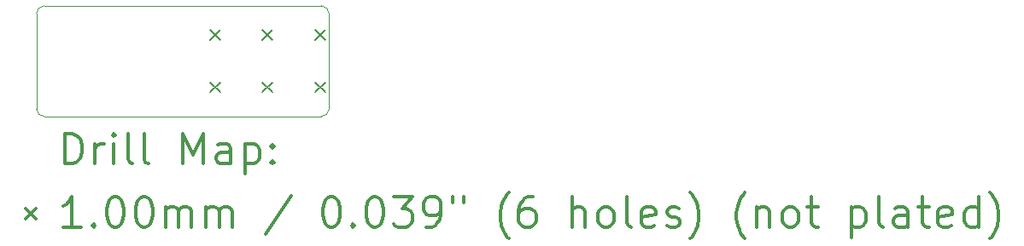
<source format=gbr>
%FSLAX45Y45*%
G04 Gerber Fmt 4.5, Leading zero omitted, Abs format (unit mm)*
G04 Created by KiCad (PCBNEW (5.1.0-1220-ga833aeeac)) date 2019-08-17 01:52:46*
%MOMM*%
%LPD*%
G04 APERTURE LIST*
%ADD10C,0.100000*%
%ADD11C,0.200000*%
%ADD12C,0.300000*%
G04 APERTURE END LIST*
D10*
X3550000Y-2350000D02*
G75*
G02X3625000Y-2275000I75000J0D01*
G01*
X3625000Y-3375000D02*
G75*
G02X3550000Y-3300000I0J75000D01*
G01*
X6450000Y-3300000D02*
G75*
G02X6375000Y-3375000I-75000J0D01*
G01*
X6375000Y-2275000D02*
G75*
G02X6450000Y-2350000I0J-75000D01*
G01*
X3625000Y-3375000D02*
X6375000Y-3375000D01*
X3550000Y-2350000D02*
X3550000Y-3300000D01*
X6375000Y-2275000D02*
X3625000Y-2275000D01*
X6450000Y-3300000D02*
X6450000Y-2350000D01*
D11*
X5270000Y-2515000D02*
X5370000Y-2615000D01*
X5370000Y-2515000D02*
X5270000Y-2615000D01*
X5270000Y-3035000D02*
X5370000Y-3135000D01*
X5370000Y-3035000D02*
X5270000Y-3135000D01*
X5790000Y-2515000D02*
X5890000Y-2615000D01*
X5890000Y-2515000D02*
X5790000Y-2615000D01*
X5790000Y-3035000D02*
X5890000Y-3135000D01*
X5890000Y-3035000D02*
X5790000Y-3135000D01*
X6310000Y-2515000D02*
X6410000Y-2615000D01*
X6410000Y-2515000D02*
X6310000Y-2615000D01*
X6310000Y-3035000D02*
X6410000Y-3135000D01*
X6410000Y-3035000D02*
X6310000Y-3135000D01*
D12*
X3831428Y-3845714D02*
X3831428Y-3545714D01*
X3902857Y-3545714D01*
X3945714Y-3560000D01*
X3974286Y-3588571D01*
X3988571Y-3617143D01*
X4002857Y-3674286D01*
X4002857Y-3717143D01*
X3988571Y-3774286D01*
X3974286Y-3802857D01*
X3945714Y-3831429D01*
X3902857Y-3845714D01*
X3831428Y-3845714D01*
X4131428Y-3845714D02*
X4131428Y-3645714D01*
X4131428Y-3702857D02*
X4145714Y-3674286D01*
X4160000Y-3660000D01*
X4188571Y-3645714D01*
X4217143Y-3645714D01*
X4317143Y-3845714D02*
X4317143Y-3645714D01*
X4317143Y-3545714D02*
X4302857Y-3560000D01*
X4317143Y-3574286D01*
X4331428Y-3560000D01*
X4317143Y-3545714D01*
X4317143Y-3574286D01*
X4502857Y-3845714D02*
X4474286Y-3831429D01*
X4460000Y-3802857D01*
X4460000Y-3545714D01*
X4660000Y-3845714D02*
X4631428Y-3831429D01*
X4617143Y-3802857D01*
X4617143Y-3545714D01*
X5002857Y-3845714D02*
X5002857Y-3545714D01*
X5102857Y-3760000D01*
X5202857Y-3545714D01*
X5202857Y-3845714D01*
X5474286Y-3845714D02*
X5474286Y-3688571D01*
X5460000Y-3660000D01*
X5431428Y-3645714D01*
X5374286Y-3645714D01*
X5345714Y-3660000D01*
X5474286Y-3831429D02*
X5445714Y-3845714D01*
X5374286Y-3845714D01*
X5345714Y-3831429D01*
X5331428Y-3802857D01*
X5331428Y-3774286D01*
X5345714Y-3745714D01*
X5374286Y-3731429D01*
X5445714Y-3731429D01*
X5474286Y-3717143D01*
X5617143Y-3645714D02*
X5617143Y-3945714D01*
X5617143Y-3660000D02*
X5645714Y-3645714D01*
X5702857Y-3645714D01*
X5731428Y-3660000D01*
X5745714Y-3674286D01*
X5760000Y-3702857D01*
X5760000Y-3788571D01*
X5745714Y-3817143D01*
X5731428Y-3831429D01*
X5702857Y-3845714D01*
X5645714Y-3845714D01*
X5617143Y-3831429D01*
X5888571Y-3817143D02*
X5902857Y-3831429D01*
X5888571Y-3845714D01*
X5874286Y-3831429D01*
X5888571Y-3817143D01*
X5888571Y-3845714D01*
X5888571Y-3660000D02*
X5902857Y-3674286D01*
X5888571Y-3688571D01*
X5874286Y-3674286D01*
X5888571Y-3660000D01*
X5888571Y-3688571D01*
X3445000Y-4290000D02*
X3545000Y-4390000D01*
X3545000Y-4290000D02*
X3445000Y-4390000D01*
X3988571Y-4475714D02*
X3817143Y-4475714D01*
X3902857Y-4475714D02*
X3902857Y-4175714D01*
X3874286Y-4218572D01*
X3845714Y-4247143D01*
X3817143Y-4261429D01*
X4117143Y-4447143D02*
X4131428Y-4461429D01*
X4117143Y-4475714D01*
X4102857Y-4461429D01*
X4117143Y-4447143D01*
X4117143Y-4475714D01*
X4317143Y-4175714D02*
X4345714Y-4175714D01*
X4374286Y-4190000D01*
X4388571Y-4204286D01*
X4402857Y-4232857D01*
X4417143Y-4290000D01*
X4417143Y-4361429D01*
X4402857Y-4418572D01*
X4388571Y-4447143D01*
X4374286Y-4461429D01*
X4345714Y-4475714D01*
X4317143Y-4475714D01*
X4288571Y-4461429D01*
X4274286Y-4447143D01*
X4260000Y-4418572D01*
X4245714Y-4361429D01*
X4245714Y-4290000D01*
X4260000Y-4232857D01*
X4274286Y-4204286D01*
X4288571Y-4190000D01*
X4317143Y-4175714D01*
X4602857Y-4175714D02*
X4631428Y-4175714D01*
X4660000Y-4190000D01*
X4674286Y-4204286D01*
X4688571Y-4232857D01*
X4702857Y-4290000D01*
X4702857Y-4361429D01*
X4688571Y-4418572D01*
X4674286Y-4447143D01*
X4660000Y-4461429D01*
X4631428Y-4475714D01*
X4602857Y-4475714D01*
X4574286Y-4461429D01*
X4560000Y-4447143D01*
X4545714Y-4418572D01*
X4531428Y-4361429D01*
X4531428Y-4290000D01*
X4545714Y-4232857D01*
X4560000Y-4204286D01*
X4574286Y-4190000D01*
X4602857Y-4175714D01*
X4831428Y-4475714D02*
X4831428Y-4275714D01*
X4831428Y-4304286D02*
X4845714Y-4290000D01*
X4874286Y-4275714D01*
X4917143Y-4275714D01*
X4945714Y-4290000D01*
X4960000Y-4318572D01*
X4960000Y-4475714D01*
X4960000Y-4318572D02*
X4974286Y-4290000D01*
X5002857Y-4275714D01*
X5045714Y-4275714D01*
X5074286Y-4290000D01*
X5088571Y-4318572D01*
X5088571Y-4475714D01*
X5231428Y-4475714D02*
X5231428Y-4275714D01*
X5231428Y-4304286D02*
X5245714Y-4290000D01*
X5274286Y-4275714D01*
X5317143Y-4275714D01*
X5345714Y-4290000D01*
X5360000Y-4318572D01*
X5360000Y-4475714D01*
X5360000Y-4318572D02*
X5374286Y-4290000D01*
X5402857Y-4275714D01*
X5445714Y-4275714D01*
X5474286Y-4290000D01*
X5488571Y-4318572D01*
X5488571Y-4475714D01*
X6074286Y-4161429D02*
X5817143Y-4547143D01*
X6460000Y-4175714D02*
X6488571Y-4175714D01*
X6517143Y-4190000D01*
X6531428Y-4204286D01*
X6545714Y-4232857D01*
X6560000Y-4290000D01*
X6560000Y-4361429D01*
X6545714Y-4418572D01*
X6531428Y-4447143D01*
X6517143Y-4461429D01*
X6488571Y-4475714D01*
X6460000Y-4475714D01*
X6431428Y-4461429D01*
X6417143Y-4447143D01*
X6402857Y-4418572D01*
X6388571Y-4361429D01*
X6388571Y-4290000D01*
X6402857Y-4232857D01*
X6417143Y-4204286D01*
X6431428Y-4190000D01*
X6460000Y-4175714D01*
X6688571Y-4447143D02*
X6702857Y-4461429D01*
X6688571Y-4475714D01*
X6674286Y-4461429D01*
X6688571Y-4447143D01*
X6688571Y-4475714D01*
X6888571Y-4175714D02*
X6917143Y-4175714D01*
X6945714Y-4190000D01*
X6960000Y-4204286D01*
X6974286Y-4232857D01*
X6988571Y-4290000D01*
X6988571Y-4361429D01*
X6974286Y-4418572D01*
X6960000Y-4447143D01*
X6945714Y-4461429D01*
X6917143Y-4475714D01*
X6888571Y-4475714D01*
X6860000Y-4461429D01*
X6845714Y-4447143D01*
X6831428Y-4418572D01*
X6817143Y-4361429D01*
X6817143Y-4290000D01*
X6831428Y-4232857D01*
X6845714Y-4204286D01*
X6860000Y-4190000D01*
X6888571Y-4175714D01*
X7088571Y-4175714D02*
X7274286Y-4175714D01*
X7174286Y-4290000D01*
X7217143Y-4290000D01*
X7245714Y-4304286D01*
X7260000Y-4318572D01*
X7274286Y-4347143D01*
X7274286Y-4418572D01*
X7260000Y-4447143D01*
X7245714Y-4461429D01*
X7217143Y-4475714D01*
X7131428Y-4475714D01*
X7102857Y-4461429D01*
X7088571Y-4447143D01*
X7417143Y-4475714D02*
X7474286Y-4475714D01*
X7502857Y-4461429D01*
X7517143Y-4447143D01*
X7545714Y-4404286D01*
X7560000Y-4347143D01*
X7560000Y-4232857D01*
X7545714Y-4204286D01*
X7531428Y-4190000D01*
X7502857Y-4175714D01*
X7445714Y-4175714D01*
X7417143Y-4190000D01*
X7402857Y-4204286D01*
X7388571Y-4232857D01*
X7388571Y-4304286D01*
X7402857Y-4332857D01*
X7417143Y-4347143D01*
X7445714Y-4361429D01*
X7502857Y-4361429D01*
X7531428Y-4347143D01*
X7545714Y-4332857D01*
X7560000Y-4304286D01*
X7674286Y-4175714D02*
X7674286Y-4232857D01*
X7788571Y-4175714D02*
X7788571Y-4232857D01*
X8231428Y-4590000D02*
X8217143Y-4575714D01*
X8188571Y-4532857D01*
X8174286Y-4504286D01*
X8160000Y-4461429D01*
X8145714Y-4390000D01*
X8145714Y-4332857D01*
X8160000Y-4261429D01*
X8174286Y-4218572D01*
X8188571Y-4190000D01*
X8217143Y-4147143D01*
X8231428Y-4132857D01*
X8474286Y-4175714D02*
X8417143Y-4175714D01*
X8388571Y-4190000D01*
X8374286Y-4204286D01*
X8345714Y-4247143D01*
X8331428Y-4304286D01*
X8331428Y-4418572D01*
X8345714Y-4447143D01*
X8360000Y-4461429D01*
X8388571Y-4475714D01*
X8445714Y-4475714D01*
X8474286Y-4461429D01*
X8488571Y-4447143D01*
X8502857Y-4418572D01*
X8502857Y-4347143D01*
X8488571Y-4318572D01*
X8474286Y-4304286D01*
X8445714Y-4290000D01*
X8388571Y-4290000D01*
X8360000Y-4304286D01*
X8345714Y-4318572D01*
X8331428Y-4347143D01*
X8860000Y-4475714D02*
X8860000Y-4175714D01*
X8988571Y-4475714D02*
X8988571Y-4318572D01*
X8974286Y-4290000D01*
X8945714Y-4275714D01*
X8902857Y-4275714D01*
X8874286Y-4290000D01*
X8860000Y-4304286D01*
X9174286Y-4475714D02*
X9145714Y-4461429D01*
X9131428Y-4447143D01*
X9117143Y-4418572D01*
X9117143Y-4332857D01*
X9131428Y-4304286D01*
X9145714Y-4290000D01*
X9174286Y-4275714D01*
X9217143Y-4275714D01*
X9245714Y-4290000D01*
X9260000Y-4304286D01*
X9274286Y-4332857D01*
X9274286Y-4418572D01*
X9260000Y-4447143D01*
X9245714Y-4461429D01*
X9217143Y-4475714D01*
X9174286Y-4475714D01*
X9445714Y-4475714D02*
X9417143Y-4461429D01*
X9402857Y-4432857D01*
X9402857Y-4175714D01*
X9674286Y-4461429D02*
X9645714Y-4475714D01*
X9588571Y-4475714D01*
X9560000Y-4461429D01*
X9545714Y-4432857D01*
X9545714Y-4318572D01*
X9560000Y-4290000D01*
X9588571Y-4275714D01*
X9645714Y-4275714D01*
X9674286Y-4290000D01*
X9688571Y-4318572D01*
X9688571Y-4347143D01*
X9545714Y-4375714D01*
X9802857Y-4461429D02*
X9831428Y-4475714D01*
X9888571Y-4475714D01*
X9917143Y-4461429D01*
X9931428Y-4432857D01*
X9931428Y-4418572D01*
X9917143Y-4390000D01*
X9888571Y-4375714D01*
X9845714Y-4375714D01*
X9817143Y-4361429D01*
X9802857Y-4332857D01*
X9802857Y-4318572D01*
X9817143Y-4290000D01*
X9845714Y-4275714D01*
X9888571Y-4275714D01*
X9917143Y-4290000D01*
X10031428Y-4590000D02*
X10045714Y-4575714D01*
X10074286Y-4532857D01*
X10088571Y-4504286D01*
X10102857Y-4461429D01*
X10117143Y-4390000D01*
X10117143Y-4332857D01*
X10102857Y-4261429D01*
X10088571Y-4218572D01*
X10074286Y-4190000D01*
X10045714Y-4147143D01*
X10031428Y-4132857D01*
X10574286Y-4590000D02*
X10560000Y-4575714D01*
X10531428Y-4532857D01*
X10517143Y-4504286D01*
X10502857Y-4461429D01*
X10488571Y-4390000D01*
X10488571Y-4332857D01*
X10502857Y-4261429D01*
X10517143Y-4218572D01*
X10531428Y-4190000D01*
X10560000Y-4147143D01*
X10574286Y-4132857D01*
X10688571Y-4275714D02*
X10688571Y-4475714D01*
X10688571Y-4304286D02*
X10702857Y-4290000D01*
X10731428Y-4275714D01*
X10774286Y-4275714D01*
X10802857Y-4290000D01*
X10817143Y-4318572D01*
X10817143Y-4475714D01*
X11002857Y-4475714D02*
X10974286Y-4461429D01*
X10960000Y-4447143D01*
X10945714Y-4418572D01*
X10945714Y-4332857D01*
X10960000Y-4304286D01*
X10974286Y-4290000D01*
X11002857Y-4275714D01*
X11045714Y-4275714D01*
X11074286Y-4290000D01*
X11088571Y-4304286D01*
X11102857Y-4332857D01*
X11102857Y-4418572D01*
X11088571Y-4447143D01*
X11074286Y-4461429D01*
X11045714Y-4475714D01*
X11002857Y-4475714D01*
X11188571Y-4275714D02*
X11302857Y-4275714D01*
X11231428Y-4175714D02*
X11231428Y-4432857D01*
X11245714Y-4461429D01*
X11274286Y-4475714D01*
X11302857Y-4475714D01*
X11631428Y-4275714D02*
X11631428Y-4575714D01*
X11631428Y-4290000D02*
X11660000Y-4275714D01*
X11717143Y-4275714D01*
X11745714Y-4290000D01*
X11760000Y-4304286D01*
X11774286Y-4332857D01*
X11774286Y-4418572D01*
X11760000Y-4447143D01*
X11745714Y-4461429D01*
X11717143Y-4475714D01*
X11660000Y-4475714D01*
X11631428Y-4461429D01*
X11945714Y-4475714D02*
X11917143Y-4461429D01*
X11902857Y-4432857D01*
X11902857Y-4175714D01*
X12188571Y-4475714D02*
X12188571Y-4318572D01*
X12174286Y-4290000D01*
X12145714Y-4275714D01*
X12088571Y-4275714D01*
X12060000Y-4290000D01*
X12188571Y-4461429D02*
X12160000Y-4475714D01*
X12088571Y-4475714D01*
X12060000Y-4461429D01*
X12045714Y-4432857D01*
X12045714Y-4404286D01*
X12060000Y-4375714D01*
X12088571Y-4361429D01*
X12160000Y-4361429D01*
X12188571Y-4347143D01*
X12288571Y-4275714D02*
X12402857Y-4275714D01*
X12331428Y-4175714D02*
X12331428Y-4432857D01*
X12345714Y-4461429D01*
X12374286Y-4475714D01*
X12402857Y-4475714D01*
X12617143Y-4461429D02*
X12588571Y-4475714D01*
X12531428Y-4475714D01*
X12502857Y-4461429D01*
X12488571Y-4432857D01*
X12488571Y-4318572D01*
X12502857Y-4290000D01*
X12531428Y-4275714D01*
X12588571Y-4275714D01*
X12617143Y-4290000D01*
X12631428Y-4318572D01*
X12631428Y-4347143D01*
X12488571Y-4375714D01*
X12888571Y-4475714D02*
X12888571Y-4175714D01*
X12888571Y-4461429D02*
X12860000Y-4475714D01*
X12802857Y-4475714D01*
X12774286Y-4461429D01*
X12760000Y-4447143D01*
X12745714Y-4418572D01*
X12745714Y-4332857D01*
X12760000Y-4304286D01*
X12774286Y-4290000D01*
X12802857Y-4275714D01*
X12860000Y-4275714D01*
X12888571Y-4290000D01*
X13002857Y-4590000D02*
X13017143Y-4575714D01*
X13045714Y-4532857D01*
X13060000Y-4504286D01*
X13074286Y-4461429D01*
X13088571Y-4390000D01*
X13088571Y-4332857D01*
X13074286Y-4261429D01*
X13060000Y-4218572D01*
X13045714Y-4190000D01*
X13017143Y-4147143D01*
X13002857Y-4132857D01*
M02*

</source>
